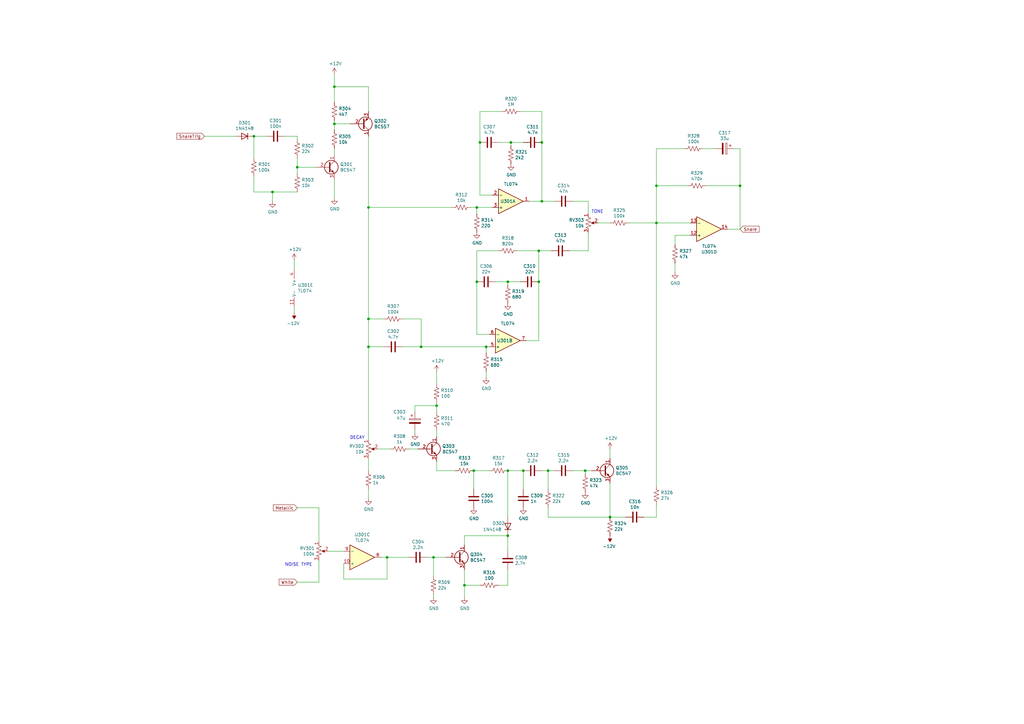
<source format=kicad_sch>
(kicad_sch (version 20230121) (generator eeschema)
  (paper "A3")
  (lib_symbols
    (symbol "Amplifier_Operational:TL074" (pin_names (offset 0.127))
      (property "Reference" "U" (at 0 5.08 0))
      (property "Value" "TL074" (at 0 -5.08 0))
      (symbol "TL074_1_1"
        (polyline (pts (xy -5.08 5.08) (xy 5.08 0) (xy -5.08 -5.08) (xy -5.08 5.08)) (stroke (width 0.254)) (fill (type background)))
        (pin output line (at 7.62 0 180) (length 2.54) (name "~") (number "1"))
        (pin input line (at -7.62 -2.54 0) (length 2.54) (name "-") (number "2"))
        (pin input line (at -7.62 2.54 0) (length 2.54) (name "+") (number "3"))
      )
      (symbol "TL074_2_1"
        (polyline (pts (xy -5.08 5.08) (xy 5.08 0) (xy -5.08 -5.08) (xy -5.08 5.08)) (stroke (width 0.254)) (fill (type background)))
        (pin input line (at -7.62 2.54 0) (length 2.54) (name "+") (number "5"))
        (pin input line (at -7.62 -2.54 0) (length 2.54) (name "-") (number "6"))
        (pin output line (at 7.62 0 180) (length 2.54) (name "~") (number "7"))
      )
      (symbol "TL074_3_1"
        (polyline (pts (xy -5.08 5.08) (xy 5.08 0) (xy -5.08 -5.08) (xy -5.08 5.08)) (stroke (width 0.254)) (fill (type background)))
        (pin input line (at -7.62 2.54 0) (length 2.54) (name "+") (number "10"))
        (pin output line (at 7.62 0 180) (length 2.54) (name "~") (number "8"))
        (pin input line (at -7.62 -2.54 0) (length 2.54) (name "-") (number "9"))
      )
      (symbol "TL074_4_1"
        (polyline (pts (xy -5.08 5.08) (xy 5.08 0) (xy -5.08 -5.08) (xy -5.08 5.08)) (stroke (width 0.254)) (fill (type background)))
        (pin input line (at -7.62 2.54 0) (length 2.54) (name "+") (number "12"))
        (pin input line (at -7.62 -2.54 0) (length 2.54) (name "-") (number "13"))
        (pin output line (at 7.62 0 180) (length 2.54) (name "~") (number "14"))
      )
      (symbol "TL074_5_1"
        (pin power_in line (at -2.54 -7.62 90) (length 3.81) (name "V-") (number "11"))
        (pin power_in line (at -2.54 7.62 270) (length 3.81) (name "V+") (number "4"))
      )
    )
    (symbol "Device:C" (pin_numbers hide) (pin_names (offset 0.254))
      (property "Reference" "C" (at 0.635 2.54 0))
      (property "Value" "C" (at 0.635 -2.54 0))
      (symbol "C_0_1"
        (polyline (pts (xy -2.032 -0.762) (xy 2.032 -0.762)) (stroke (width 0.508)))
        (polyline (pts (xy -2.032 0.762) (xy 2.032 0.762)) (stroke (width 0.508)))
      )
      (symbol "C_1_1"
        (pin passive line (at 0 3.81 270) (length 2.794) (name "~") (number "1"))
        (pin passive line (at 0 -3.81 90) (length 2.794) (name "~") (number "2"))
      )
    )
    (symbol "Device:R_US" (pin_numbers hide) (pin_names (offset 0))
      (property "Reference" "R" (at 2.54 0 90))
      (property "Value" "R_US" (at -2.54 0 90))
      (symbol "R_US_0_1"
        (polyline (pts (xy 0 -2.286) (xy 0 -2.54)))
        (polyline (pts (xy 0 2.286) (xy 0 2.54)))
        (polyline (pts (xy 0 -0.762) (xy 1.016 -1.143) (xy 0 -1.524) (xy -1.016 -1.905) (xy 0 -2.286)))
        (polyline (pts (xy 0 0.762) (xy 1.016 0.381) (xy 0 0) (xy -1.016 -0.381) (xy 0 -0.762)))
        (polyline (pts (xy 0 2.286) (xy 1.016 1.905) (xy 0 1.524) (xy -1.016 1.143) (xy 0 0.762)))
      )
      (symbol "R_US_1_1"
        (pin passive line (at 0 3.81 270) (length 1.27) (name "~") (number "1"))
        (pin passive line (at 0 -3.81 90) (length 1.27) (name "~") (number "2"))
      )
    )
    (symbol "Diode:1N4148" (pin_numbers hide) (pin_names hide)
      (property "Reference" "D" (at 0 2.54 0))
      (property "Value" "1N4148" (at 0 -2.54 0))
      (symbol "1N4148_0_1"
        (polyline (pts (xy -1.27 1.27) (xy -1.27 -1.27)) (stroke (width 0.254)))
        (polyline (pts (xy 1.27 0) (xy -1.27 0)))
        (polyline (pts (xy 1.27 1.27) (xy 1.27 -1.27) (xy -1.27 0) (xy 1.27 1.27)) (stroke (width 0.254)))
      )
      (symbol "1N4148_1_1"
        (pin passive line (at -3.81 0 0) (length 2.54) (name "K") (number "1"))
        (pin passive line (at 3.81 0 180) (length 2.54) (name "A") (number "2"))
      )
    )
    (symbol "ESP808-rescue:CP-Device" (pin_numbers hide) (pin_names (offset 0.254))
      (property "Reference" "C" (at 0.635 2.54 0))
      (property "Value" "Device_CP" (at 0.635 -2.54 0))
      (symbol "CP-Device_0_1"
        (rectangle (start -2.286 0.508) (end 2.286 1.016))
        (polyline (pts (xy -1.778 2.286) (xy -0.762 2.286)))
        (polyline (pts (xy -1.27 2.794) (xy -1.27 1.778)))
        (rectangle (start 2.286 -0.508) (end -2.286 -1.016) (fill (type outline)))
      )
      (symbol "CP-Device_1_1"
        (pin passive line (at 0 3.81 270) (length 2.794) (name "~") (number "1"))
        (pin passive line (at 0 -3.81 90) (length 2.794) (name "~") (number "2"))
      )
    )
    (symbol "ESP808-rescue:R_POT_US-Device" (pin_names (offset 1.016) hide)
      (property "Reference" "RV" (at -4.445 0 90))
      (property "Value" "Device_R_POT_US" (at -2.54 0 90))
      (symbol "R_POT_US-Device_0_1"
        (polyline (pts (xy 0 -2.286) (xy 0 -2.54)))
        (polyline (pts (xy 0 2.54) (xy 0 2.286)))
        (polyline (pts (xy 2.54 0) (xy 1.524 0)))
        (polyline (pts (xy 1.143 0) (xy 2.286 0.508) (xy 2.286 -0.508) (xy 1.143 0)) (fill (type outline)))
        (polyline (pts (xy 0 -0.762) (xy 1.016 -1.143) (xy 0 -1.524) (xy -1.016 -1.905) (xy 0 -2.286)))
        (polyline (pts (xy 0 0.762) (xy 1.016 0.381) (xy 0 0) (xy -1.016 -0.381) (xy 0 -0.762)))
        (polyline (pts (xy 0 2.286) (xy 1.016 1.905) (xy 0 1.524) (xy -1.016 1.143) (xy 0 0.762)))
      )
      (symbol "R_POT_US-Device_1_1"
        (pin passive line (at 0 3.81 270) (length 1.27) (name "1") (number "1"))
        (pin passive line (at 3.81 0 180) (length 1.27) (name "2") (number "2"))
        (pin passive line (at 0 -3.81 90) (length 1.27) (name "3") (number "3"))
      )
    )
    (symbol "Transistor_BJT:BC547" (pin_names (offset 0) hide)
      (property "Reference" "Q" (at 5.08 1.905 0))
      (property "Value" "BC547" (at 5.08 0 0))
      (symbol "BC547_0_1"
        (polyline (pts (xy 0 0) (xy 0.635 0)))
        (polyline (pts (xy 0.635 0.635) (xy 2.54 2.54)))
        (polyline (pts (xy 0.635 -0.635) (xy 2.54 -2.54) (xy 2.54 -2.54)))
        (polyline (pts (xy 0.635 1.905) (xy 0.635 -1.905) (xy 0.635 -1.905)) (stroke (width 0.508)))
        (polyline (pts (xy 1.27 -1.778) (xy 1.778 -1.27) (xy 2.286 -2.286) (xy 1.27 -1.778) (xy 1.27 -1.778)) (fill (type outline)))
        (circle (center 1.27 0) (radius 2.8194) (stroke (width 0.254)))
      )
      (symbol "BC547_1_1"
        (pin passive line (at 2.54 5.08 270) (length 2.54) (name "C") (number "1"))
        (pin input line (at -5.08 0 0) (length 5.08) (name "B") (number "2"))
        (pin passive line (at 2.54 -5.08 90) (length 2.54) (name "E") (number "3"))
      )
    )
    (symbol "Transistor_BJT:BC557" (pin_names (offset 0) hide)
      (property "Reference" "Q" (at 5.08 1.905 0))
      (property "Value" "BC557" (at 5.08 0 0))
      (symbol "BC557_0_1"
        (polyline (pts (xy 0.635 0.635) (xy 2.54 2.54)))
        (polyline (pts (xy 0.635 -0.635) (xy 2.54 -2.54) (xy 2.54 -2.54)))
        (polyline (pts (xy 0.635 1.905) (xy 0.635 -1.905) (xy 0.635 -1.905)) (stroke (width 0.508)))
        (polyline (pts (xy 2.286 -1.778) (xy 1.778 -2.286) (xy 1.27 -1.27) (xy 2.286 -1.778) (xy 2.286 -1.778)) (fill (type outline)))
        (circle (center 1.27 0) (radius 2.8194) (stroke (width 0.254)))
      )
      (symbol "BC557_1_1"
        (pin passive line (at 2.54 5.08 270) (length 2.54) (name "C") (number "1"))
        (pin input line (at -5.08 0 0) (length 5.715) (name "B") (number "2"))
        (pin passive line (at 2.54 -5.08 90) (length 2.54) (name "E") (number "3"))
      )
    )
    (symbol "power:+12V" (power) (pin_names (offset 0))
      (property "Value" "+12V" (at 0 3.556 0))
      (symbol "+12V_0_1"
        (polyline (pts (xy -0.762 1.27) (xy 0 2.54)))
        (polyline (pts (xy 0 0) (xy 0 2.54)))
        (polyline (pts (xy 0 2.54) (xy 0.762 1.27)))
      )
      (symbol "+12V_1_1"
        (pin power_in line (at 0 0 90) (length 0) hide (name "+12V") (number "1"))
      )
    )
    (symbol "power:-12V" (power) (pin_names (offset 0))
      (property "Value" "-12V" (at 0 3.81 0))
      (symbol "-12V_0_0"
        (pin power_in line (at 0 0 90) (length 0) hide (name "-12V") (number "1"))
      )
      (symbol "-12V_0_1"
        (polyline (pts (xy 0 0) (xy 0 1.27) (xy 0.762 1.27) (xy 0 2.54) (xy -0.762 1.27) (xy 0 1.27)) (fill (type outline)))
      )
    )
    (symbol "power:GND" (power) (pin_names (offset 0))
      (property "Value" "GND" (at 0 -3.81 0))
      (symbol "GND_0_1"
        (polyline (pts (xy 0 0) (xy 0 -1.27) (xy 1.27 -1.27) (xy 0 -2.54) (xy -1.27 -1.27) (xy 0 -1.27)))
      )
      (symbol "GND_1_1"
        (pin power_in line (at 0 0 270) (length 0) hide (name "GND") (number "1"))
      )
    )
  )
  (junction (at 209.55 58.42))
  (junction (at 195.58 115.57))
  (junction (at 214.63 193.04))
  (junction (at 303.53 76.2))
  (junction (at 177.8 228.6))
  (junction (at 194.31 193.04))
  (junction (at 269.24 91.44))
  (junction (at 190.5 240.03))
  (junction (at 158.75 228.6))
  (junction (at 151.13 142.24))
  (junction (at 208.28 219.71))
  (junction (at 220.98 102.87))
  (junction (at 104.14 55.88))
  (junction (at 269.24 76.2))
  (junction (at 121.92 68.58))
  (junction (at 222.25 58.42))
  (junction (at 137.16 35.56))
  (junction (at 224.79 193.04))
  (junction (at 111.76 78.74))
  (junction (at 240.03 193.04))
  (junction (at 250.19 212.09))
  (junction (at 196.85 58.42))
  (junction (at 220.98 115.57))
  (junction (at 137.16 50.8))
  (junction (at 208.28 115.57))
  (junction (at 195.58 85.09))
  (junction (at 208.28 193.04))
  (junction (at 151.13 85.09))
  (junction (at 222.25 82.55))
  (junction (at 172.72 142.24))
  (junction (at 151.13 130.81))
  (junction (at 179.07 166.37))
  (junction (at 199.39 142.24))
  (wire (pts (xy 177.8 245.11) (xy 177.8 243.84)))
  (wire (pts (xy 269.24 91.44) (xy 257.81 91.44)))
  (wire (pts (xy 199.39 144.78) (xy 199.39 142.24)))
  (wire (pts (xy 227.33 82.55) (xy 222.25 82.55)))
  (wire (pts (xy 121.92 208.28) (xy 130.81 208.28)))
  (wire (pts (xy 120.65 106.68) (xy 120.65 110.49)))
  (wire (pts (xy 269.24 76.2) (xy 269.24 60.96)))
  (wire (pts (xy 195.58 115.57) (xy 195.58 102.87)))
  (wire (pts (xy 129.54 68.58) (xy 121.92 68.58)))
  (wire (pts (xy 199.39 154.94) (xy 199.39 152.4)))
  (wire (pts (xy 281.94 76.2) (xy 269.24 76.2)))
  (wire (pts (xy 250.19 212.09) (xy 250.19 198.12)))
  (wire (pts (xy 151.13 130.81) (xy 151.13 85.09)))
  (wire (pts (xy 109.22 55.88) (xy 104.14 55.88)))
  (wire (pts (xy 208.28 115.57) (xy 213.36 115.57)))
  (wire (pts (xy 140.97 231.14) (xy 140.97 237.49)))
  (wire (pts (xy 193.04 85.09) (xy 195.58 85.09)))
  (wire (pts (xy 240.03 194.31) (xy 240.03 193.04)))
  (wire (pts (xy 200.66 142.24) (xy 199.39 142.24)))
  (wire (pts (xy 220.98 102.87) (xy 220.98 115.57)))
  (wire (pts (xy 250.19 184.15) (xy 250.19 187.96)))
  (wire (pts (xy 179.07 179.07) (xy 179.07 176.53)))
  (wire (pts (xy 203.2 115.57) (xy 208.28 115.57)))
  (wire (pts (xy 151.13 142.24) (xy 151.13 130.81)))
  (wire (pts (xy 121.92 71.12) (xy 121.92 68.58)))
  (wire (pts (xy 276.86 111.76) (xy 276.86 107.95)))
  (wire (pts (xy 269.24 199.39) (xy 269.24 91.44)))
  (wire (pts (xy 208.28 226.06) (xy 208.28 219.71)))
  (wire (pts (xy 289.56 76.2) (xy 303.53 76.2)))
  (wire (pts (xy 196.85 45.72) (xy 205.74 45.72)))
  (wire (pts (xy 121.92 68.58) (xy 121.92 64.77)))
  (wire (pts (xy 303.53 76.2) (xy 303.53 60.96)))
  (wire (pts (xy 120.65 128.27) (xy 120.65 125.73)))
  (wire (pts (xy 212.09 102.87) (xy 220.98 102.87)))
  (wire (pts (xy 121.92 78.74) (xy 111.76 78.74)))
  (wire (pts (xy 196.85 58.42) (xy 196.85 45.72)))
  (wire (pts (xy 241.3 102.87) (xy 241.3 95.25)))
  (wire (pts (xy 194.31 193.04) (xy 200.66 193.04)))
  (wire (pts (xy 157.48 142.24) (xy 151.13 142.24)))
  (wire (pts (xy 224.79 212.09) (xy 250.19 212.09)))
  (wire (pts (xy 190.5 245.11) (xy 190.5 240.03)))
  (wire (pts (xy 190.5 219.71) (xy 208.28 219.71)))
  (wire (pts (xy 170.18 168.91) (xy 170.18 166.37)))
  (wire (pts (xy 224.79 193.04) (xy 227.33 193.04)))
  (wire (pts (xy 143.51 50.8) (xy 137.16 50.8)))
  (wire (pts (xy 190.5 223.52) (xy 190.5 219.71)))
  (wire (pts (xy 177.8 236.22) (xy 177.8 228.6)))
  (wire (pts (xy 215.9 139.7) (xy 220.98 139.7)))
  (wire (pts (xy 204.47 240.03) (xy 208.28 240.03)))
  (wire (pts (xy 214.63 200.66) (xy 214.63 193.04)))
  (wire (pts (xy 151.13 180.34) (xy 151.13 142.24)))
  (wire (pts (xy 298.45 93.98) (xy 303.53 93.98)))
  (wire (pts (xy 209.55 58.42) (xy 214.63 58.42)))
  (wire (pts (xy 276.86 96.52) (xy 283.21 96.52)))
  (wire (pts (xy 250.19 91.44) (xy 245.11 91.44)))
  (wire (pts (xy 111.76 82.55) (xy 111.76 78.74)))
  (wire (pts (xy 137.16 49.53) (xy 137.16 50.8)))
  (wire (pts (xy 130.81 229.87) (xy 130.81 238.76)))
  (wire (pts (xy 104.14 64.77) (xy 104.14 55.88)))
  (wire (pts (xy 240.03 193.04) (xy 234.95 193.04)))
  (wire (pts (xy 104.14 78.74) (xy 104.14 72.39)))
  (wire (pts (xy 151.13 204.47) (xy 151.13 200.66)))
  (wire (pts (xy 116.84 55.88) (xy 121.92 55.88)))
  (wire (pts (xy 140.97 237.49) (xy 158.75 237.49)))
  (wire (pts (xy 137.16 30.48) (xy 137.16 35.56)))
  (wire (pts (xy 186.69 193.04) (xy 179.07 193.04)))
  (wire (pts (xy 151.13 193.04) (xy 151.13 187.96)))
  (wire (pts (xy 137.16 81.28) (xy 137.16 73.66)))
  (wire (pts (xy 256.54 212.09) (xy 250.19 212.09)))
  (wire (pts (xy 196.85 58.42) (xy 196.85 80.01)))
  (wire (pts (xy 179.07 152.4) (xy 179.07 157.48)))
  (wire (pts (xy 195.58 115.57) (xy 195.58 137.16)))
  (wire (pts (xy 179.07 166.37) (xy 179.07 168.91)))
  (wire (pts (xy 177.8 228.6) (xy 182.88 228.6)))
  (wire (pts (xy 208.28 193.04) (xy 214.63 193.04)))
  (wire (pts (xy 269.24 91.44) (xy 269.24 76.2)))
  (wire (pts (xy 156.21 228.6) (xy 158.75 228.6)))
  (wire (pts (xy 233.68 102.87) (xy 241.3 102.87)))
  (wire (pts (xy 196.85 80.01) (xy 201.93 80.01)))
  (wire (pts (xy 283.21 91.44) (xy 269.24 91.44)))
  (wire (pts (xy 226.06 102.87) (xy 220.98 102.87)))
  (wire (pts (xy 170.18 177.8) (xy 170.18 176.53)))
  (wire (pts (xy 172.72 142.24) (xy 165.1 142.24)))
  (wire (pts (xy 224.79 200.66) (xy 224.79 193.04)))
  (wire (pts (xy 222.25 193.04) (xy 224.79 193.04)))
  (wire (pts (xy 195.58 137.16) (xy 200.66 137.16)))
  (wire (pts (xy 137.16 35.56) (xy 137.16 41.91)))
  (wire (pts (xy 293.37 60.96) (xy 288.29 60.96)))
  (wire (pts (xy 234.95 82.55) (xy 241.3 82.55)))
  (wire (pts (xy 165.1 130.81) (xy 172.72 130.81)))
  (wire (pts (xy 224.79 208.28) (xy 224.79 212.09)))
  (wire (pts (xy 204.47 58.42) (xy 209.55 58.42)))
  (wire (pts (xy 196.85 240.03) (xy 190.5 240.03)))
  (wire (pts (xy 137.16 50.8) (xy 137.16 53.34)))
  (wire (pts (xy 151.13 45.72) (xy 151.13 35.56)))
  (wire (pts (xy 276.86 100.33) (xy 276.86 96.52)))
  (wire (pts (xy 208.28 233.68) (xy 208.28 240.03)))
  (wire (pts (xy 179.07 193.04) (xy 179.07 189.23)))
  (wire (pts (xy 134.62 226.06) (xy 140.97 226.06)))
  (wire (pts (xy 195.58 87.63) (xy 195.58 85.09)))
  (wire (pts (xy 264.16 212.09) (xy 269.24 212.09)))
  (wire (pts (xy 222.25 82.55) (xy 222.25 58.42)))
  (wire (pts (xy 199.39 142.24) (xy 172.72 142.24)))
  (wire (pts (xy 137.16 60.96) (xy 137.16 63.5)))
  (wire (pts (xy 151.13 55.88) (xy 151.13 85.09)))
  (wire (pts (xy 160.02 184.15) (xy 154.94 184.15)))
  (wire (pts (xy 213.36 45.72) (xy 222.25 45.72)))
  (wire (pts (xy 209.55 59.69) (xy 209.55 58.42)))
  (wire (pts (xy 217.17 82.55) (xy 222.25 82.55)))
  (wire (pts (xy 208.28 212.09) (xy 208.28 193.04)))
  (wire (pts (xy 303.53 60.96) (xy 300.99 60.96)))
  (wire (pts (xy 208.28 116.84) (xy 208.28 115.57)))
  (wire (pts (xy 194.31 200.66) (xy 194.31 193.04)))
  (wire (pts (xy 130.81 208.28) (xy 130.81 222.25)))
  (wire (pts (xy 179.07 165.1) (xy 179.07 166.37)))
  (wire (pts (xy 151.13 85.09) (xy 185.42 85.09)))
  (wire (pts (xy 172.72 130.81) (xy 172.72 142.24)))
  (wire (pts (xy 170.18 166.37) (xy 179.07 166.37)))
  (wire (pts (xy 167.64 184.15) (xy 171.45 184.15)))
  (wire (pts (xy 130.81 238.76) (xy 121.92 238.76)))
  (wire (pts (xy 175.26 228.6) (xy 177.8 228.6)))
  (wire (pts (xy 269.24 60.96) (xy 280.67 60.96)))
  (wire (pts (xy 151.13 35.56) (xy 137.16 35.56)))
  (wire (pts (xy 195.58 102.87) (xy 204.47 102.87)))
  (wire (pts (xy 269.24 212.09) (xy 269.24 207.01)))
  (wire (pts (xy 220.98 139.7) (xy 220.98 115.57)))
  (wire (pts (xy 190.5 233.68) (xy 190.5 240.03)))
  (wire (pts (xy 83.82 55.88) (xy 96.52 55.88)))
  (wire (pts (xy 111.76 78.74) (xy 104.14 78.74)))
  (wire (pts (xy 242.57 193.04) (xy 240.03 193.04)))
  (wire (pts (xy 195.58 85.09) (xy 201.93 85.09)))
  (wire (pts (xy 241.3 82.55) (xy 241.3 87.63)))
  (wire (pts (xy 222.25 45.72) (xy 222.25 58.42)))
  (wire (pts (xy 303.53 93.98) (xy 303.53 76.2)))
  (wire (pts (xy 158.75 228.6) (xy 167.64 228.6)))
  (wire (pts (xy 157.48 130.81) (xy 151.13 130.81)))
  (wire (pts (xy 158.75 237.49) (xy 158.75 228.6)))
  (wire (pts (xy 121.92 55.88) (xy 121.92 57.15)))
  (text "NOISE TYPE" (at 116.84 232.41 0) (effects (font (size 1.27 1.27)) (justify left bottom)))
  (text "TONE" (at 242.57 87.63 0) (effects (font (size 1.27 1.27)) (justify left bottom)))
  (text "DECAY" (at 143.51 180.34 0) (effects (font (size 1.27 1.27)) (justify left bottom)))
  (global_label "SnareTrig" (shape input) (at 83.82 55.88 180) (property "Intersheetrefs" "${INTERSHEET_REFS}" (effects hide)))
  (global_label "Metallic" (shape input) (at 121.92 208.28 180) (property "Intersheetrefs" "${INTERSHEET_REFS}" (effects hide)))
  (global_label "Snare" (shape input) (at 303.53 93.98 0) (property "Intersheetrefs" "${INTERSHEET_REFS}" (effects hide)))
  (global_label "White" (shape input) (at 121.92 238.76 180) (property "Intersheetrefs" "${INTERSHEET_REFS}" (effects hide)))
  (symbol (lib_id "Diode:1N4148") (at 100.33 55.88 180) (unit 1)
    (property "Reference" "D301" (at 100.33 50.3682 0))
    (property "Value" "1N4148" (at 100.33 52.6796 0))
    (property "Footprint" "Diode_THT:D_DO-35_SOD27_P7.62mm_Horizontal" (effects hide))
    (property "Datasheet" "https://assets.nexperia.com/documents/data-sheet/1N4148_1N4448.pdf" (effects hide))
  )
  (symbol (lib_id "Device:R_US") (at 104.14 68.58 0) (unit 1)
    (property "Reference" "R301" (at 105.8672 67.4116 0) (effects (justify left)))
    (property "Value" "100k" (at 105.8672 69.723 0) (effects (justify left)))
    (property "Footprint" "PCM_Resistor_THT_AKL:R_Axial_DIN0207_L6.3mm_D2.5mm_P7.62mm_Horizontal" (effects hide))
  )
  (symbol (lib_id "Device:R_US") (at 121.92 60.96 0) (unit 1)
    (property "Reference" "R302" (at 123.6472 59.7916 0) (effects (justify left)))
    (property "Value" "22k" (at 123.6472 62.103 0) (effects (justify left)))
    (property "Footprint" "PCM_Resistor_THT_AKL:R_Axial_DIN0207_L6.3mm_D2.5mm_P7.62mm_Horizontal" (effects hide))
  )
  (symbol (lib_id "Device:R_US") (at 121.92 74.93 0) (unit 1)
    (property "Reference" "R303" (at 123.6472 73.7616 0) (effects (justify left)))
    (property "Value" "10k" (at 123.6472 76.073 0) (effects (justify left)))
    (property "Footprint" "PCM_Resistor_THT_AKL:R_Axial_DIN0207_L6.3mm_D2.5mm_P7.62mm_Horizontal" (effects hide))
  )
  (symbol (lib_id "Device:C") (at 113.03 55.88 270) (unit 1)
    (property "Reference" "C301" (at 113.03 49.4792 90))
    (property "Value" "100n" (at 113.03 51.7906 90))
    (property "Footprint" "Capacitor_THT:C_Disc_D4.7mm_W2.5mm_P5.00mm" (effects hide))
  )
  (symbol (lib_id "Transistor_BJT:BC547") (at 134.62 68.58 0) (unit 1)
    (property "Reference" "Q301" (at 139.4714 67.4116 0) (effects (justify left)))
    (property "Value" "BC547" (at 139.4714 69.723 0) (effects (justify left)))
    (property "Footprint" "Package_TO_SOT_THT:TO-92L_HandSolder" (effects hide))
    (property "Datasheet" "https://www.onsemi.com/pub/Collateral/BC550-D.pdf" (effects hide))
  )
  (symbol (lib_id "power:GND") (at 111.76 82.55 0) (unit 1)
    (property "Reference" "#PWR0301" (effects hide))
    (property "Value" "GND" (at 111.887 86.9442 0))
  )
  (symbol (lib_id "power:GND") (at 137.16 81.28 0) (unit 1)
    (property "Reference" "#PWR0305" (effects hide))
    (property "Value" "GND" (at 137.287 85.6742 0))
  )
  (symbol (lib_id "Transistor_BJT:BC557") (at 148.59 50.8 0) (mirror x) (unit 1)
    (property "Reference" "Q302" (at 153.4414 49.6316 0) (effects (justify left)))
    (property "Value" "BC557" (at 153.4414 51.943 0) (effects (justify left)))
    (property "Footprint" "Package_TO_SOT_THT:TO-92L_HandSolder" (effects hide))
    (property "Datasheet" "https://www.onsemi.com/pub/Collateral/BC556BTA-D.pdf" (effects hide))
  )
  (symbol (lib_id "Device:R_US") (at 137.16 57.15 0) (unit 1)
    (property "Reference" "R305" (at 138.8872 55.9816 0) (effects (justify left)))
    (property "Value" "10k" (at 138.8872 58.293 0) (effects (justify left)))
    (property "Footprint" "PCM_Resistor_THT_AKL:R_Axial_DIN0207_L6.3mm_D2.5mm_P7.62mm_Horizontal" (effects hide))
  )
  (symbol (lib_id "Device:R_US") (at 137.16 45.72 0) (unit 1)
    (property "Reference" "R304" (at 138.8872 44.5516 0) (effects (justify left)))
    (property "Value" "4k7" (at 138.8872 46.863 0) (effects (justify left)))
    (property "Footprint" "PCM_Resistor_THT_AKL:R_Axial_DIN0207_L6.3mm_D2.5mm_P7.62mm_Horizontal" (effects hide))
  )
  (symbol (lib_id "power:+12V") (at 137.16 30.48 0) (unit 1)
    (property "Reference" "#PWR0304" (effects hide))
    (property "Value" "+12V" (at 137.541 26.0858 0))
  )
  (symbol (lib_id "Amplifier_Operational:TL074") (at 209.55 82.55 0) (mirror x) (unit 1)
    (property "Reference" "U301" (at 208.28 82.55 0))
    (property "Value" "TL074" (at 209.55 75.5396 0))
    (property "Footprint" "Package_DIP:DIP-14_W7.62mm" (effects hide))
    (property "Datasheet" "http://www.ti.com/lit/ds/symlink/tl071.pdf" (effects hide))
  )
  (symbol (lib_id "Device:C") (at 200.66 58.42 270) (unit 1)
    (property "Reference" "C307" (at 200.66 52.0192 90))
    (property "Value" "4.7n" (at 200.66 54.3306 90))
    (property "Footprint" "Capacitor_THT:C_Disc_D4.7mm_W2.5mm_P5.00mm" (effects hide))
  )
  (symbol (lib_id "Device:C") (at 218.44 58.42 270) (unit 1)
    (property "Reference" "C311" (at 218.44 52.0192 90))
    (property "Value" "4.7n" (at 218.44 54.3306 90))
    (property "Footprint" "Capacitor_THT:C_Disc_D4.7mm_W2.5mm_P5.00mm" (effects hide))
  )
  (symbol (lib_id "Device:R_US") (at 209.55 63.5 0) (unit 1)
    (property "Reference" "R321" (at 211.2772 62.3316 0) (effects (justify left)))
    (property "Value" "2k2" (at 211.2772 64.643 0) (effects (justify left)))
    (property "Footprint" "PCM_Resistor_THT_AKL:R_Axial_DIN0207_L6.3mm_D2.5mm_P7.62mm_Horizontal" (effects hide))
  )
  (symbol (lib_id "Device:R_US") (at 209.55 45.72 270) (unit 1)
    (property "Reference" "R320" (at 209.55 40.513 90))
    (property "Value" "1M" (at 209.55 42.8244 90))
    (property "Footprint" "PCM_Resistor_THT_AKL:R_Axial_DIN0207_L6.3mm_D2.5mm_P7.62mm_Horizontal" (effects hide))
  )
  (symbol (lib_id "power:GND") (at 209.55 67.31 0) (unit 1)
    (property "Reference" "#PWR0315" (effects hide))
    (property "Value" "GND" (at 209.677 71.7042 0))
  )
  (symbol (lib_id "Amplifier_Operational:TL074") (at 208.28 139.7 0) (mirror x) (unit 2)
    (property "Reference" "U301" (at 207.01 139.7 0))
    (property "Value" "TL074" (at 208.28 132.6896 0))
    (property "Footprint" "Package_DIP:DIP-14_W7.62mm" (effects hide))
    (property "Datasheet" "http://www.ti.com/lit/ds/symlink/tl071.pdf" (effects hide))
  )
  (symbol (lib_id "Device:C") (at 199.39 115.57 270) (unit 1)
    (property "Reference" "C306" (at 199.39 109.1692 90))
    (property "Value" "22n" (at 199.39 111.4806 90))
    (property "Footprint" "Capacitor_THT:C_Disc_D4.7mm_W2.5mm_P5.00mm" (effects hide))
  )
  (symbol (lib_id "Device:C") (at 217.17 115.57 270) (unit 1)
    (property "Reference" "C310" (at 217.17 109.1692 90))
    (property "Value" "22n" (at 217.17 111.4806 90))
    (property "Footprint" "Capacitor_THT:C_Disc_D4.7mm_W2.5mm_P5.00mm" (effects hide))
  )
  (symbol (lib_id "Device:R_US") (at 208.28 120.65 0) (unit 1)
    (property "Reference" "R319" (at 210.0072 119.4816 0) (effects (justify left)))
    (property "Value" "680" (at 210.0072 121.793 0) (effects (justify left)))
    (property "Footprint" "PCM_Resistor_THT_AKL:R_Axial_DIN0207_L6.3mm_D2.5mm_P7.62mm_Horizontal" (effects hide))
  )
  (symbol (lib_id "Device:R_US") (at 208.28 102.87 270) (unit 1)
    (property "Reference" "R318" (at 208.28 97.663 90))
    (property "Value" "820k" (at 208.28 99.9744 90))
    (property "Footprint" "PCM_Resistor_THT_AKL:R_Axial_DIN0207_L6.3mm_D2.5mm_P7.62mm_Horizontal" (effects hide))
  )
  (symbol (lib_id "power:GND") (at 208.28 124.46 0) (unit 1)
    (property "Reference" "#PWR0314" (effects hide))
    (property "Value" "GND" (at 208.407 128.8542 0))
  )
  (symbol (lib_id "Device:R_US") (at 189.23 85.09 270) (unit 1)
    (property "Reference" "R312" (at 189.23 79.883 90))
    (property "Value" "10k" (at 189.23 82.1944 90))
    (property "Footprint" "PCM_Resistor_THT_AKL:R_Axial_DIN0207_L6.3mm_D2.5mm_P7.62mm_Horizontal" (effects hide))
  )
  (symbol (lib_id "Device:R_US") (at 195.58 91.44 180) (unit 1)
    (property "Reference" "R314" (at 197.3072 90.2716 0) (effects (justify right)))
    (property "Value" "220" (at 197.3072 92.583 0) (effects (justify right)))
    (property "Footprint" "PCM_Resistor_THT_AKL:R_Axial_DIN0207_L6.3mm_D2.5mm_P7.62mm_Horizontal" (effects hide))
  )
  (symbol (lib_id "power:GND") (at 195.58 95.25 0) (unit 1)
    (property "Reference" "#PWR0312" (effects hide))
    (property "Value" "GND" (at 195.707 99.6442 0))
  )
  (symbol (lib_id "Device:R_US") (at 161.29 130.81 270) (unit 1)
    (property "Reference" "R307" (at 161.29 125.603 90))
    (property "Value" "100k" (at 161.29 127.9144 90))
    (property "Footprint" "PCM_Resistor_THT_AKL:R_Axial_DIN0207_L6.3mm_D2.5mm_P7.62mm_Horizontal" (effects hide))
  )
  (symbol (lib_id "Device:C") (at 161.29 142.24 270) (unit 1)
    (property "Reference" "C302" (at 161.29 135.8392 90))
    (property "Value" "4.7n" (at 161.29 138.1506 90))
    (property "Footprint" "Capacitor_THT:C_Disc_D4.7mm_W2.5mm_P5.00mm" (effects hide))
  )
  (symbol (lib_id "Device:R_US") (at 199.39 148.59 0) (unit 1)
    (property "Reference" "R315" (at 201.1172 147.4216 0) (effects (justify left)))
    (property "Value" "680" (at 201.1172 149.733 0) (effects (justify left)))
    (property "Footprint" "PCM_Resistor_THT_AKL:R_Axial_DIN0207_L6.3mm_D2.5mm_P7.62mm_Horizontal" (effects hide))
  )
  (symbol (lib_id "power:GND") (at 199.39 154.94 0) (unit 1)
    (property "Reference" "#PWR0313" (effects hide))
    (property "Value" "GND" (at 199.517 159.3342 0))
  )
  (symbol (lib_id "Device:C") (at 231.14 82.55 270) (unit 1)
    (property "Reference" "C314" (at 231.14 76.1492 90))
    (property "Value" "47n" (at 231.14 78.4606 90))
    (property "Footprint" "Capacitor_THT:C_Disc_D4.7mm_W2.5mm_P5.00mm" (effects hide))
  )
  (symbol (lib_id "Device:C") (at 229.87 102.87 270) (unit 1)
    (property "Reference" "C313" (at 229.87 96.4692 90))
    (property "Value" "47n" (at 229.87 98.7806 90))
    (property "Footprint" "Capacitor_THT:C_Disc_D4.7mm_W2.5mm_P5.00mm" (effects hide))
  )
  (symbol (lib_id "ESP808-rescue:R_POT_US-Device") (at 241.3 91.44 0) (unit 1)
    (property "Reference" "RV303" (at 239.5728 90.2716 0) (effects (justify right)))
    (property "Value" "10k" (at 239.5728 92.583 0) (effects (justify right)))
    (property "Footprint" "Connector_PinHeader_2.54mm:PinHeader_1x03_P2.54mm_Vertical" (effects hide))
  )
  (symbol (lib_id "ESP808-rescue:R_POT_US-Device") (at 151.13 184.15 0) (unit 1)
    (property "Reference" "RV302" (at 149.4028 182.9816 0) (effects (justify right)))
    (property "Value" "10k" (at 149.4028 185.293 0) (effects (justify right)))
    (property "Footprint" "Connector_PinHeader_2.54mm:PinHeader_1x03_P2.54mm_Vertical" (effects hide))
  )
  (symbol (lib_id "Device:R_US") (at 151.13 196.85 0) (unit 1)
    (property "Reference" "R306" (at 152.8572 195.6816 0) (effects (justify left)))
    (property "Value" "1k" (at 152.8572 197.993 0) (effects (justify left)))
    (property "Footprint" "PCM_Resistor_THT_AKL:R_Axial_DIN0207_L6.3mm_D2.5mm_P7.62mm_Horizontal" (effects hide))
  )
  (symbol (lib_id "power:GND") (at 151.13 204.47 0) (unit 1)
    (property "Reference" "#PWR0306" (effects hide))
    (property "Value" "GND" (at 151.257 208.8642 0))
  )
  (symbol (lib_id "Transistor_BJT:BC547") (at 176.53 184.15 0) (unit 1)
    (property "Reference" "Q303" (at 181.3814 182.9816 0) (effects (justify left)))
    (property "Value" "BC547" (at 181.3814 185.293 0) (effects (justify left)))
    (property "Footprint" "Package_TO_SOT_THT:TO-92L_HandSolder" (effects hide))
    (property "Datasheet" "https://www.onsemi.com/pub/Collateral/BC550-D.pdf" (effects hide))
  )
  (symbol (lib_id "Device:R_US") (at 163.83 184.15 270) (unit 1)
    (property "Reference" "R308" (at 163.83 178.943 90))
    (property "Value" "1k" (at 163.83 181.2544 90))
    (property "Footprint" "PCM_Resistor_THT_AKL:R_Axial_DIN0207_L6.3mm_D2.5mm_P7.62mm_Horizontal" (effects hide))
  )
  (symbol (lib_id "Device:R_US") (at 179.07 172.72 0) (unit 1)
    (property "Reference" "R311" (at 180.7972 171.5516 0) (effects (justify left)))
    (property "Value" "470" (at 180.7972 173.863 0) (effects (justify left)))
    (property "Footprint" "PCM_Resistor_THT_AKL:R_Axial_DIN0207_L6.3mm_D2.5mm_P7.62mm_Horizontal" (effects hide))
  )
  (symbol (lib_id "Device:R_US") (at 179.07 161.29 0) (unit 1)
    (property "Reference" "R310" (at 180.7972 160.1216 0) (effects (justify left)))
    (property "Value" "100" (at 180.7972 162.433 0) (effects (justify left)))
    (property "Footprint" "PCM_Resistor_THT_AKL:R_Axial_DIN0207_L6.3mm_D2.5mm_P7.62mm_Horizontal" (effects hide))
  )
  (symbol (lib_id "power:+12V") (at 179.07 152.4 0) (unit 1)
    (property "Reference" "#PWR0309" (effects hide))
    (property "Value" "+12V" (at 179.451 148.0058 0))
  )
  (symbol (lib_id "ESP808-rescue:CP-Device") (at 170.18 172.72 0) (unit 1)
    (property "Reference" "C303" (at 161.29 168.91 0) (effects (justify left)))
    (property "Value" "47u" (at 162.56 171.45 0) (effects (justify left)))
    (property "Footprint" "Capacitor_THT:CP_Radial_D6.3mm_P2.50mm" (effects hide))
  )
  (symbol (lib_id "power:GND") (at 170.18 177.8 0) (unit 1)
    (property "Reference" "#PWR0307" (effects hide))
    (property "Value" "GND" (at 170.307 182.1942 0))
  )
  (symbol (lib_id "Device:R_US") (at 190.5 193.04 270) (unit 1)
    (property "Reference" "R313" (at 190.5 187.833 90))
    (property "Value" "15k" (at 190.5 190.1444 90))
    (property "Footprint" "PCM_Resistor_THT_AKL:R_Axial_DIN0207_L6.3mm_D2.5mm_P7.62mm_Horizontal" (effects hide))
  )
  (symbol (lib_id "Device:R_US") (at 204.47 193.04 270) (unit 1)
    (property "Reference" "R317" (at 204.47 187.833 90))
    (property "Value" "15k" (at 204.47 190.1444 90))
    (property "Footprint" "PCM_Resistor_THT_AKL:R_Axial_DIN0207_L6.3mm_D2.5mm_P7.62mm_Horizontal" (effects hide))
  )
  (symbol (lib_id "Device:C") (at 218.44 193.04 270) (unit 1)
    (property "Reference" "C312" (at 218.44 186.6392 90))
    (property "Value" "2.2n" (at 218.44 188.9506 90))
    (property "Footprint" "Capacitor_THT:C_Disc_D4.7mm_W2.5mm_P5.00mm" (effects hide))
  )
  (symbol (lib_id "Device:C") (at 231.14 193.04 270) (unit 1)
    (property "Reference" "C315" (at 231.14 186.6392 90))
    (property "Value" "2.2n" (at 231.14 188.9506 90))
    (property "Footprint" "Capacitor_THT:C_Disc_D4.7mm_W2.5mm_P5.00mm" (effects hide))
  )
  (symbol (lib_id "Transistor_BJT:BC547") (at 247.65 193.04 0) (unit 1)
    (property "Reference" "Q305" (at 252.5014 191.8716 0) (effects (justify left)))
    (property "Value" "BC547" (at 252.5014 194.183 0) (effects (justify left)))
    (property "Footprint" "Package_TO_SOT_THT:TO-92L_HandSolder" (effects hide))
    (property "Datasheet" "https://www.onsemi.com/pub/Collateral/BC550-D.pdf" (effects hide))
  )
  (symbol (lib_id "Device:C") (at 194.31 204.47 180) (unit 1)
    (property "Reference" "C305" (at 197.231 203.3016 0) (effects (justify right)))
    (property "Value" "100n" (at 197.231 205.613 0) (effects (justify right)))
    (property "Footprint" "Capacitor_THT:C_Disc_D4.7mm_W2.5mm_P5.00mm" (effects hide))
  )
  (symbol (lib_id "power:GND") (at 194.31 208.28 0) (unit 1)
    (property "Reference" "#PWR0311" (effects hide))
    (property "Value" "GND" (at 194.437 212.6742 0))
  )
  (symbol (lib_id "Device:C") (at 214.63 204.47 180) (unit 1)
    (property "Reference" "C309" (at 217.551 203.3016 0) (effects (justify right)))
    (property "Value" "1n" (at 217.551 205.613 0) (effects (justify right)))
    (property "Footprint" "Capacitor_THT:C_Disc_D4.7mm_W2.5mm_P5.00mm" (effects hide))
  )
  (symbol (lib_id "power:GND") (at 214.63 208.28 0) (unit 1)
    (property "Reference" "#PWR0316" (effects hide))
    (property "Value" "GND" (at 214.757 212.6742 0))
  )
  (symbol (lib_id "Device:R_US") (at 224.79 204.47 180) (unit 1)
    (property "Reference" "R322" (at 226.5172 203.3016 0) (effects (justify right)))
    (property "Value" "22k" (at 226.5172 205.613 0) (effects (justify right)))
    (property "Footprint" "PCM_Resistor_THT_AKL:R_Axial_DIN0207_L6.3mm_D2.5mm_P7.62mm_Horizontal" (effects hide))
  )
  (symbol (lib_id "Device:R_US") (at 240.03 198.12 180) (unit 1)
    (property "Reference" "R323" (at 241.7572 196.9516 0) (effects (justify right)))
    (property "Value" "47k" (at 241.7572 199.263 0) (effects (justify right)))
    (property "Footprint" "PCM_Resistor_THT_AKL:R_Axial_DIN0207_L6.3mm_D2.5mm_P7.62mm_Horizontal" (effects hide))
  )
  (symbol (lib_id "power:GND") (at 240.03 201.93 0) (unit 1)
    (property "Reference" "#PWR0317" (effects hide))
    (property "Value" "GND" (at 240.157 206.3242 0))
  )
  (symbol (lib_id "power:+12V") (at 250.19 184.15 0) (unit 1)
    (property "Reference" "#PWR0318" (effects hide))
    (property "Value" "+12V" (at 250.571 179.7558 0))
  )
  (symbol (lib_id "Transistor_BJT:BC547") (at 187.96 228.6 0) (unit 1)
    (property "Reference" "Q304" (at 192.8114 227.4316 0) (effects (justify left)))
    (property "Value" "BC547" (at 192.8114 229.743 0) (effects (justify left)))
    (property "Footprint" "Package_TO_SOT_THT:TO-92L_HandSolder" (effects hide))
    (property "Datasheet" "https://www.onsemi.com/pub/Collateral/BC550-D.pdf" (effects hide))
  )
  (symbol (lib_id "Device:C") (at 208.28 229.87 180) (unit 1)
    (property "Reference" "C308" (at 211.201 228.7016 0) (effects (justify right)))
    (property "Value" "2.7n" (at 211.201 231.013 0) (effects (justify right)))
    (property "Footprint" "Capacitor_THT:C_Disc_D4.7mm_W2.5mm_P5.00mm" (effects hide))
  )
  (symbol (lib_id "Device:R_US") (at 200.66 240.03 270) (unit 1)
    (property "Reference" "R316" (at 200.66 234.823 90))
    (property "Value" "100" (at 200.66 237.1344 90))
    (property "Footprint" "PCM_Resistor_THT_AKL:R_Axial_DIN0207_L6.3mm_D2.5mm_P7.62mm_Horizontal" (effects hide))
  )
  (symbol (lib_id "power:GND") (at 190.5 245.11 0) (unit 1)
    (property "Reference" "#PWR0310" (effects hide))
    (property "Value" "GND" (at 190.627 249.5042 0))
  )
  (symbol (lib_id "Diode:1N4148") (at 208.28 215.9 90) (unit 1)
    (property "Reference" "D302" (at 201.93 214.63 90) (effects (justify right)))
    (property "Value" "1N4148" (at 198.12 217.17 90) (effects (justify right)))
    (property "Footprint" "Diode_THT:D_DO-35_SOD27_P7.62mm_Horizontal" (effects hide))
    (property "Datasheet" "https://assets.nexperia.com/documents/data-sheet/1N4148_1N4448.pdf" (effects hide))
  )
  (symbol (lib_id "Device:R_US") (at 250.19 215.9 180) (unit 1)
    (property "Reference" "R324" (at 251.9172 214.7316 0) (effects (justify right)))
    (property "Value" "22k" (at 251.9172 217.043 0) (effects (justify right)))
    (property "Footprint" "PCM_Resistor_THT_AKL:R_Axial_DIN0207_L6.3mm_D2.5mm_P7.62mm_Horizontal" (effects hide))
  )
  (symbol (lib_id "power:-12V") (at 250.19 219.71 180) (unit 1)
    (property "Reference" "#PWR0319" (effects hide))
    (property "Value" "-12V" (at 249.809 224.1042 0))
  )
  (symbol (lib_id "Device:C") (at 260.35 212.09 270) (unit 1)
    (property "Reference" "C316" (at 260.35 205.6892 90))
    (property "Value" "10n" (at 260.35 208.0006 90))
    (property "Footprint" "Capacitor_THT:C_Disc_D4.7mm_W2.5mm_P5.00mm" (effects hide))
  )
  (symbol (lib_id "Device:R_US") (at 269.24 203.2 180) (unit 1)
    (property "Reference" "R326" (at 270.9672 202.0316 0) (effects (justify right)))
    (property "Value" "27k" (at 270.9672 204.343 0) (effects (justify right)))
    (property "Footprint" "PCM_Resistor_THT_AKL:R_Axial_DIN0207_L6.3mm_D2.5mm_P7.62mm_Horizontal" (effects hide))
  )
  (symbol (lib_id "Device:R_US") (at 254 91.44 270) (unit 1)
    (property "Reference" "R325" (at 254 86.233 90))
    (property "Value" "100k" (at 254 88.5444 90))
    (property "Footprint" "PCM_Resistor_THT_AKL:R_Axial_DIN0207_L6.3mm_D2.5mm_P7.62mm_Horizontal" (effects hide))
  )
  (symbol (lib_id "Amplifier_Operational:TL074") (at 148.59 228.6 0) (mirror x) (unit 3)
    (property "Reference" "U301" (at 148.59 219.2782 0))
    (property "Value" "TL074" (at 148.59 221.5896 0))
    (property "Footprint" "Package_DIP:DIP-14_W7.62mm" (effects hide))
    (property "Datasheet" "http://www.ti.com/lit/ds/symlink/tl071.pdf" (effects hide))
  )
  (symbol (lib_id "Device:R_US") (at 276.86 104.14 0) (unit 1)
    (property "Reference" "R327" (at 278.5872 102.9716 0) (effects (justify left)))
    (property "Value" "47k" (at 278.5872 105.283 0) (effects (justify left)))
    (property "Footprint" "PCM_Resistor_THT_AKL:R_Axial_DIN0207_L6.3mm_D2.5mm_P7.62mm_Horizontal" (effects hide))
  )
  (symbol (lib_id "Device:R_US") (at 285.75 76.2 270) (unit 1)
    (property "Reference" "R329" (at 285.75 70.993 90))
    (property "Value" "470k" (at 285.75 73.3044 90))
    (property "Footprint" "PCM_Resistor_THT_AKL:R_Axial_DIN0207_L6.3mm_D2.5mm_P7.62mm_Horizontal" (effects hide))
  )
  (symbol (lib_id "Device:R_US") (at 284.48 60.96 270) (unit 1)
    (property "Reference" "R328" (at 284.48 55.753 90))
    (property "Value" "100k" (at 284.48 58.0644 90))
    (property "Footprint" "PCM_Resistor_THT_AKL:R_Axial_DIN0207_L6.3mm_D2.5mm_P7.62mm_Horizontal" (effects hide))
  )
  (symbol (lib_id "ESP808-rescue:CP-Device") (at 297.18 60.96 270) (unit 1)
    (property "Reference" "C317" (at 297.18 54.483 90))
    (property "Value" "33u" (at 297.18 56.7944 90))
    (property "Footprint" "Capacitor_THT:CP_Radial_D6.3mm_P2.50mm" (effects hide))
  )
  (symbol (lib_id "Device:R_US") (at 177.8 240.03 0) (unit 1)
    (property "Reference" "R309" (at 179.5272 238.8616 0) (effects (justify left)))
    (property "Value" "22k" (at 179.5272 241.173 0) (effects (justify left)))
    (property "Footprint" "PCM_Resistor_THT_AKL:R_Axial_DIN0207_L6.3mm_D2.5mm_P7.62mm_Horizontal" (effects hide))
  )
  (symbol (lib_id "Device:C") (at 171.45 228.6 270) (unit 1)
    (property "Reference" "C304" (at 171.45 222.1992 90))
    (property "Value" "2.2n" (at 171.45 224.5106 90))
    (property "Footprint" "Capacitor_THT:C_Disc_D4.7mm_W2.5mm_P5.00mm" (effects hide))
  )
  (symbol (lib_id "power:GND") (at 177.8 245.11 0) (unit 1)
    (property "Reference" "#PWR0308" (effects hide))
    (property "Value" "GND" (at 177.927 249.5042 0))
  )
  (symbol (lib_id "power:GND") (at 276.86 111.76 0) (unit 1)
    (property "Reference" "#PWR0320" (effects hide))
    (property "Value" "GND" (at 276.987 116.1542 0))
  )
  (symbol (lib_id "Amplifier_Operational:TL074") (at 290.83 93.98 0) (mirror x) (unit 4)
    (property "Reference" "U301" (at 290.83 103.3018 0))
    (property "Value" "TL074" (at 290.83 100.9904 0))
    (property "Footprint" "Package_DIP:DIP-14_W7.62mm" (effects hide))
    (property "Datasheet" "http://www.ti.com/lit/ds/symlink/tl071.pdf" (effects hide))
  )
  (symbol (lib_id "ESP808-rescue:R_POT_US-Device") (at 130.81 226.06 0) (unit 1)
    (property "Reference" "RV301" (at 129.1082 224.8916 0) (effects (justify right)))
    (property "Value" "100k" (at 129.1082 227.203 0) (effects (justify right)))
    (property "Footprint" "Connector_PinHeader_2.54mm:PinHeader_1x03_P2.54mm_Vertical" (effects hide))
  )
  (symbol (lib_id "Amplifier_Operational:TL074") (at 123.19 118.11 0) (unit 5)
    (property "Reference" "U301" (at 122.1232 116.9416 0) (effects (justify left)))
    (property "Value" "TL074" (at 122.1232 119.253 0) (effects (justify left)))
    (property "Footprint" "Package_DIP:DIP-14_W7.62mm" (effects hide))
    (property "Datasheet" "http://www.ti.com/lit/ds/symlink/tl071.pdf" (effects hide))
  )
  (symbol (lib_id "power:+12V") (at 120.65 106.68 0) (unit 1)
    (property "Reference" "#PWR0302" (effects hide))
    (property "Value" "+12V" (at 121.031 102.2858 0))
  )
  (symbol (lib_id "power:-12V") (at 120.65 128.27 180) (unit 1)
    (property "Reference" "#PWR0303" (effects hide))
    (property "Value" "-12V" (at 120.269 132.6642 0))
  )
)
</source>
